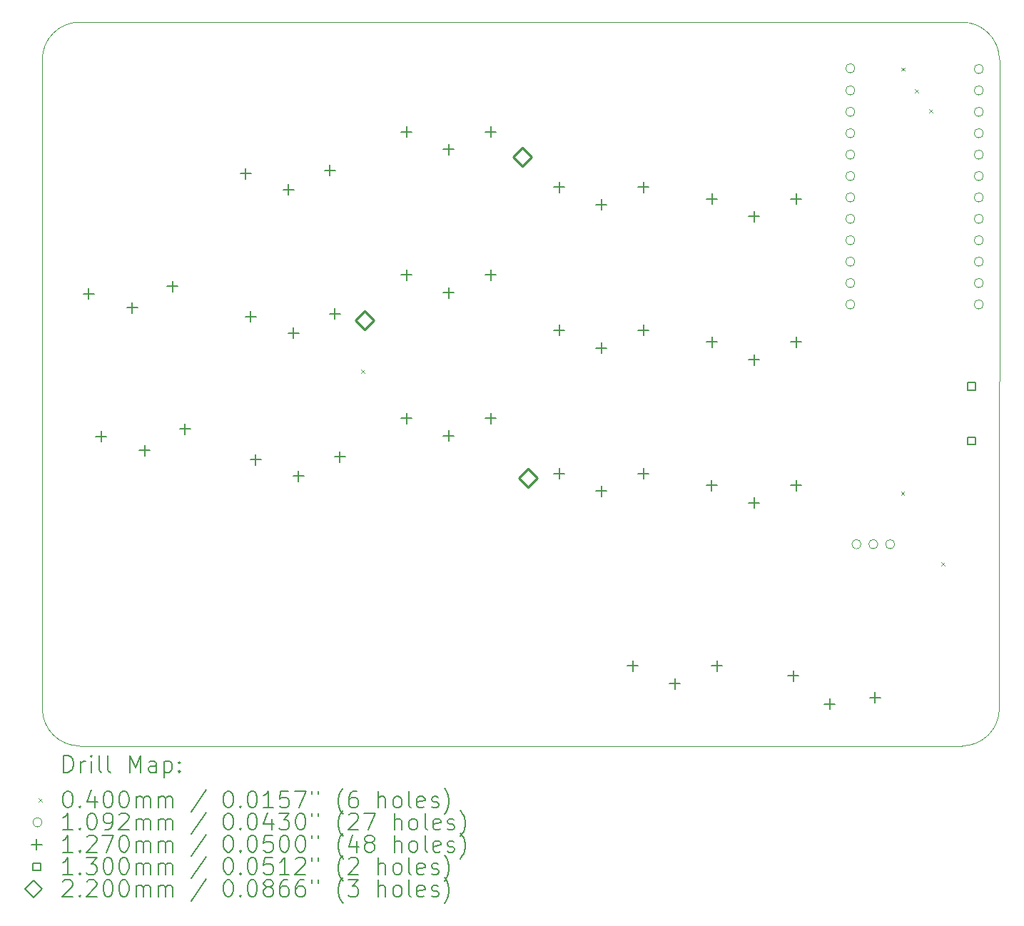
<source format=gbr>
%FSLAX45Y45*%
G04 Gerber Fmt 4.5, Leading zero omitted, Abs format (unit mm)*
G04 Created by KiCad (PCBNEW (6.0.4)) date 2022-06-21 15:17:07*
%MOMM*%
%LPD*%
G01*
G04 APERTURE LIST*
%TA.AperFunction,Profile*%
%ADD10C,0.050000*%
%TD*%
%ADD11C,0.200000*%
%ADD12C,0.040000*%
%ADD13C,0.109220*%
%ADD14C,0.127000*%
%ADD15C,0.130000*%
%ADD16C,0.220000*%
G04 APERTURE END LIST*
D10*
X16182990Y4098911D02*
X16183350Y11799746D01*
X5271986Y12244533D02*
G75*
G03*
X4827486Y11800032I0J-444500D01*
G01*
X4827486Y11800032D02*
X4827850Y4098746D01*
X15738850Y12244246D02*
X5271986Y12244532D01*
X5272350Y3654246D02*
X15738490Y3654411D01*
X15738490Y3654420D02*
G75*
G03*
X16182990Y4098911I10J444490D01*
G01*
X16183346Y11799746D02*
G75*
G03*
X15738850Y12244246I-444496J4D01*
G01*
X4827846Y4098746D02*
G75*
G03*
X5272350Y3654246I444504J4D01*
G01*
D11*
D12*
X8612131Y8122600D02*
X8652131Y8082600D01*
X8652131Y8122600D02*
X8612131Y8082600D01*
X15016800Y6674800D02*
X15056800Y6634800D01*
X15056800Y6674800D02*
X15016800Y6634800D01*
X15020181Y11706478D02*
X15060181Y11666478D01*
X15060181Y11706478D02*
X15020181Y11666478D01*
X15181900Y11450000D02*
X15221900Y11410000D01*
X15221900Y11450000D02*
X15181900Y11410000D01*
X15349116Y11210816D02*
X15389116Y11170816D01*
X15389116Y11210816D02*
X15349116Y11170816D01*
X15496511Y5836600D02*
X15536511Y5796600D01*
X15536511Y5836600D02*
X15496511Y5796600D01*
D13*
X14469110Y11696700D02*
G75*
G03*
X14469110Y11696700I-54610J0D01*
G01*
X14469110Y11434325D02*
G75*
G03*
X14469110Y11434325I-54610J0D01*
G01*
X14469110Y11180325D02*
G75*
G03*
X14469110Y11180325I-54610J0D01*
G01*
X14469110Y10926325D02*
G75*
G03*
X14469110Y10926325I-54610J0D01*
G01*
X14469110Y10672325D02*
G75*
G03*
X14469110Y10672325I-54610J0D01*
G01*
X14469110Y10418325D02*
G75*
G03*
X14469110Y10418325I-54610J0D01*
G01*
X14469110Y10164325D02*
G75*
G03*
X14469110Y10164325I-54610J0D01*
G01*
X14469110Y9910325D02*
G75*
G03*
X14469110Y9910325I-54610J0D01*
G01*
X14469110Y9656325D02*
G75*
G03*
X14469110Y9656325I-54610J0D01*
G01*
X14469110Y9402325D02*
G75*
G03*
X14469110Y9402325I-54610J0D01*
G01*
X14469110Y9148325D02*
G75*
G03*
X14469110Y9148325I-54610J0D01*
G01*
X14469110Y8894325D02*
G75*
G03*
X14469110Y8894325I-54610J0D01*
G01*
X14541796Y6048738D02*
G75*
G03*
X14541796Y6048738I-54610J0D01*
G01*
X14741796Y6048738D02*
G75*
G03*
X14741796Y6048738I-54610J0D01*
G01*
X14941796Y6048738D02*
G75*
G03*
X14941796Y6048738I-54610J0D01*
G01*
X15993110Y11688325D02*
G75*
G03*
X15993110Y11688325I-54610J0D01*
G01*
X15993110Y11434325D02*
G75*
G03*
X15993110Y11434325I-54610J0D01*
G01*
X15993110Y11180325D02*
G75*
G03*
X15993110Y11180325I-54610J0D01*
G01*
X15993110Y10926325D02*
G75*
G03*
X15993110Y10926325I-54610J0D01*
G01*
X15993110Y10672325D02*
G75*
G03*
X15993110Y10672325I-54610J0D01*
G01*
X15993110Y10418325D02*
G75*
G03*
X15993110Y10418325I-54610J0D01*
G01*
X15993110Y10164325D02*
G75*
G03*
X15993110Y10164325I-54610J0D01*
G01*
X15993110Y9910325D02*
G75*
G03*
X15993110Y9910325I-54610J0D01*
G01*
X15993110Y9656325D02*
G75*
G03*
X15993110Y9656325I-54610J0D01*
G01*
X15993110Y9402325D02*
G75*
G03*
X15993110Y9402325I-54610J0D01*
G01*
X15993110Y9148325D02*
G75*
G03*
X15993110Y9148325I-54610J0D01*
G01*
X15993110Y8894325D02*
G75*
G03*
X15993110Y8894325I-54610J0D01*
G01*
D14*
X5377015Y9085704D02*
X5377015Y8958704D01*
X5313515Y9022204D02*
X5440515Y9022204D01*
X5525180Y7392172D02*
X5525180Y7265172D01*
X5461680Y7328672D02*
X5588680Y7328672D01*
X5893415Y8920081D02*
X5893415Y8793081D01*
X5829915Y8856581D02*
X5956915Y8856581D01*
X6041580Y7226549D02*
X6041580Y7099549D01*
X5978080Y7163049D02*
X6105080Y7163049D01*
X6373210Y9172859D02*
X6373210Y9045859D01*
X6309710Y9109359D02*
X6436710Y9109359D01*
X6521374Y7479328D02*
X6521374Y7352328D01*
X6457874Y7415828D02*
X6584874Y7415828D01*
X7240559Y10512126D02*
X7240559Y10385126D01*
X7177059Y10448626D02*
X7304059Y10448626D01*
X7299888Y8813162D02*
X7299888Y8686162D01*
X7236388Y8749662D02*
X7363388Y8749662D01*
X7359217Y7114198D02*
X7359217Y6987198D01*
X7295717Y7050698D02*
X7422717Y7050698D01*
X7747583Y10319704D02*
X7747583Y10192704D01*
X7684083Y10256204D02*
X7811083Y10256204D01*
X7806912Y8620740D02*
X7806912Y8493740D01*
X7743412Y8557240D02*
X7870412Y8557240D01*
X7866242Y6921775D02*
X7866242Y6794775D01*
X7802742Y6858275D02*
X7929742Y6858275D01*
X8239950Y10547026D02*
X8239950Y10420026D01*
X8176450Y10483526D02*
X8303450Y10483526D01*
X8299279Y8848062D02*
X8299279Y8721062D01*
X8235779Y8784562D02*
X8362779Y8784562D01*
X8358608Y7149097D02*
X8358608Y7022097D01*
X8295108Y7085597D02*
X8422108Y7085597D01*
X9149582Y9308199D02*
X9149582Y9181199D01*
X9086082Y9244699D02*
X9213082Y9244699D01*
X9149582Y7608199D02*
X9149582Y7481199D01*
X9086082Y7544699D02*
X9213082Y7544699D01*
X9149582Y11008199D02*
X9149582Y10881199D01*
X9086082Y10944699D02*
X9213082Y10944699D01*
X9649582Y9098199D02*
X9649582Y8971199D01*
X9586082Y9034699D02*
X9713082Y9034699D01*
X9649582Y7398199D02*
X9649582Y7271199D01*
X9586082Y7334699D02*
X9713082Y7334699D01*
X9649582Y10798199D02*
X9649582Y10671199D01*
X9586082Y10734699D02*
X9713082Y10734699D01*
X10149582Y9308199D02*
X10149582Y9181199D01*
X10086082Y9244699D02*
X10213082Y9244699D01*
X10149582Y7608199D02*
X10149582Y7481199D01*
X10086082Y7544699D02*
X10213082Y7544699D01*
X10149582Y11008199D02*
X10149582Y10881199D01*
X10086082Y10944699D02*
X10213082Y10944699D01*
X10961109Y10352102D02*
X10961109Y10225102D01*
X10897609Y10288602D02*
X11024609Y10288602D01*
X10961109Y8652102D02*
X10961109Y8525102D01*
X10897609Y8588602D02*
X11024609Y8588602D01*
X10961109Y6952102D02*
X10961109Y6825102D01*
X10897609Y6888602D02*
X11024609Y6888602D01*
X11461109Y10142102D02*
X11461109Y10015102D01*
X11397609Y10078602D02*
X11524609Y10078602D01*
X11461109Y8442102D02*
X11461109Y8315102D01*
X11397609Y8378602D02*
X11524609Y8378602D01*
X11461109Y6742102D02*
X11461109Y6615102D01*
X11397609Y6678602D02*
X11524609Y6678602D01*
X11832017Y4668955D02*
X11832017Y4541955D01*
X11768517Y4605455D02*
X11895517Y4605455D01*
X11961109Y10352102D02*
X11961109Y10225102D01*
X11897609Y10288602D02*
X12024609Y10288602D01*
X11961109Y8652102D02*
X11961109Y8525102D01*
X11897609Y8588602D02*
X12024609Y8588602D01*
X11961109Y6952102D02*
X11961109Y6825102D01*
X11897609Y6888602D02*
X12024609Y6888602D01*
X12332017Y4458955D02*
X12332017Y4331955D01*
X12268517Y4395455D02*
X12395517Y4395455D01*
X12770897Y6812768D02*
X12770897Y6685768D01*
X12707397Y6749268D02*
X12834397Y6749268D01*
X12771828Y10211385D02*
X12771828Y10084385D01*
X12708328Y10147885D02*
X12835328Y10147885D01*
X12771828Y8511385D02*
X12771828Y8384385D01*
X12708328Y8447885D02*
X12835328Y8447885D01*
X12832017Y4668955D02*
X12832017Y4541955D01*
X12768517Y4605455D02*
X12895517Y4605455D01*
X13270897Y6602768D02*
X13270897Y6475768D01*
X13207397Y6539268D02*
X13334397Y6539268D01*
X13271828Y10001385D02*
X13271828Y9874385D01*
X13208328Y9937885D02*
X13335328Y9937885D01*
X13271828Y8301385D02*
X13271828Y8174385D01*
X13208328Y8237885D02*
X13335328Y8237885D01*
X13740033Y4549413D02*
X13740033Y4422413D01*
X13676533Y4485913D02*
X13803533Y4485913D01*
X13770897Y6812768D02*
X13770897Y6685768D01*
X13707397Y6749268D02*
X13834397Y6749268D01*
X13771828Y10211385D02*
X13771828Y10084385D01*
X13708328Y10147885D02*
X13835328Y10147885D01*
X13771828Y8511385D02*
X13771828Y8384385D01*
X13708328Y8447885D02*
X13835328Y8447885D01*
X14168644Y4217159D02*
X14168644Y4090159D01*
X14105144Y4153659D02*
X14232144Y4153659D01*
X14705958Y4290594D02*
X14705958Y4163594D01*
X14642458Y4227094D02*
X14769458Y4227094D01*
D15*
X15895562Y7878838D02*
X15895562Y7970762D01*
X15803638Y7970762D01*
X15803638Y7878838D01*
X15895562Y7878838D01*
X15895562Y7228838D02*
X15895562Y7320762D01*
X15803638Y7320762D01*
X15803638Y7228838D01*
X15895562Y7228838D01*
D16*
X8653843Y8594063D02*
X8763843Y8704063D01*
X8653843Y8814063D01*
X8543843Y8704063D01*
X8653843Y8594063D01*
X10525306Y10532020D02*
X10635306Y10642020D01*
X10525306Y10752020D01*
X10415306Y10642020D01*
X10525306Y10532020D01*
X10591800Y6722600D02*
X10701800Y6832600D01*
X10591800Y6942600D01*
X10481800Y6832600D01*
X10591800Y6722600D01*
D11*
X5082605Y3341270D02*
X5082605Y3541270D01*
X5130224Y3541270D01*
X5158796Y3531746D01*
X5177843Y3512698D01*
X5187367Y3493651D01*
X5196891Y3455555D01*
X5196891Y3426984D01*
X5187367Y3388889D01*
X5177843Y3369841D01*
X5158796Y3350794D01*
X5130224Y3341270D01*
X5082605Y3341270D01*
X5282605Y3341270D02*
X5282605Y3474603D01*
X5282605Y3436508D02*
X5292129Y3455555D01*
X5301653Y3465079D01*
X5320700Y3474603D01*
X5339748Y3474603D01*
X5406415Y3341270D02*
X5406415Y3474603D01*
X5406415Y3541270D02*
X5396891Y3531746D01*
X5406415Y3522222D01*
X5415939Y3531746D01*
X5406415Y3541270D01*
X5406415Y3522222D01*
X5530224Y3341270D02*
X5511177Y3350794D01*
X5501653Y3369841D01*
X5501653Y3541270D01*
X5634986Y3341270D02*
X5615938Y3350794D01*
X5606415Y3369841D01*
X5606415Y3541270D01*
X5863558Y3341270D02*
X5863558Y3541270D01*
X5930224Y3398413D01*
X5996891Y3541270D01*
X5996891Y3341270D01*
X6177843Y3341270D02*
X6177843Y3446032D01*
X6168319Y3465079D01*
X6149272Y3474603D01*
X6111177Y3474603D01*
X6092129Y3465079D01*
X6177843Y3350794D02*
X6158796Y3341270D01*
X6111177Y3341270D01*
X6092129Y3350794D01*
X6082605Y3369841D01*
X6082605Y3388889D01*
X6092129Y3407936D01*
X6111177Y3417460D01*
X6158796Y3417460D01*
X6177843Y3426984D01*
X6273081Y3474603D02*
X6273081Y3274603D01*
X6273081Y3465079D02*
X6292129Y3474603D01*
X6330224Y3474603D01*
X6349272Y3465079D01*
X6358796Y3455555D01*
X6368319Y3436508D01*
X6368319Y3379365D01*
X6358796Y3360317D01*
X6349272Y3350794D01*
X6330224Y3341270D01*
X6292129Y3341270D01*
X6273081Y3350794D01*
X6454034Y3360317D02*
X6463558Y3350794D01*
X6454034Y3341270D01*
X6444510Y3350794D01*
X6454034Y3360317D01*
X6454034Y3341270D01*
X6454034Y3465079D02*
X6463558Y3455555D01*
X6454034Y3446032D01*
X6444510Y3455555D01*
X6454034Y3465079D01*
X6454034Y3446032D01*
D12*
X4784986Y3031746D02*
X4824986Y2991746D01*
X4824986Y3031746D02*
X4784986Y2991746D01*
D11*
X5120700Y3121270D02*
X5139748Y3121270D01*
X5158796Y3111746D01*
X5168320Y3102222D01*
X5177843Y3083174D01*
X5187367Y3045079D01*
X5187367Y2997460D01*
X5177843Y2959365D01*
X5168320Y2940317D01*
X5158796Y2930794D01*
X5139748Y2921270D01*
X5120700Y2921270D01*
X5101653Y2930794D01*
X5092129Y2940317D01*
X5082605Y2959365D01*
X5073081Y2997460D01*
X5073081Y3045079D01*
X5082605Y3083174D01*
X5092129Y3102222D01*
X5101653Y3111746D01*
X5120700Y3121270D01*
X5273081Y2940317D02*
X5282605Y2930794D01*
X5273081Y2921270D01*
X5263558Y2930794D01*
X5273081Y2940317D01*
X5273081Y2921270D01*
X5454034Y3054603D02*
X5454034Y2921270D01*
X5406415Y3130794D02*
X5358796Y2987936D01*
X5482605Y2987936D01*
X5596891Y3121270D02*
X5615938Y3121270D01*
X5634986Y3111746D01*
X5644510Y3102222D01*
X5654034Y3083174D01*
X5663558Y3045079D01*
X5663558Y2997460D01*
X5654034Y2959365D01*
X5644510Y2940317D01*
X5634986Y2930794D01*
X5615938Y2921270D01*
X5596891Y2921270D01*
X5577843Y2930794D01*
X5568320Y2940317D01*
X5558796Y2959365D01*
X5549272Y2997460D01*
X5549272Y3045079D01*
X5558796Y3083174D01*
X5568320Y3102222D01*
X5577843Y3111746D01*
X5596891Y3121270D01*
X5787367Y3121270D02*
X5806415Y3121270D01*
X5825462Y3111746D01*
X5834986Y3102222D01*
X5844510Y3083174D01*
X5854034Y3045079D01*
X5854034Y2997460D01*
X5844510Y2959365D01*
X5834986Y2940317D01*
X5825462Y2930794D01*
X5806415Y2921270D01*
X5787367Y2921270D01*
X5768319Y2930794D01*
X5758796Y2940317D01*
X5749272Y2959365D01*
X5739748Y2997460D01*
X5739748Y3045079D01*
X5749272Y3083174D01*
X5758796Y3102222D01*
X5768319Y3111746D01*
X5787367Y3121270D01*
X5939748Y2921270D02*
X5939748Y3054603D01*
X5939748Y3035555D02*
X5949272Y3045079D01*
X5968319Y3054603D01*
X5996891Y3054603D01*
X6015938Y3045079D01*
X6025462Y3026032D01*
X6025462Y2921270D01*
X6025462Y3026032D02*
X6034986Y3045079D01*
X6054034Y3054603D01*
X6082605Y3054603D01*
X6101653Y3045079D01*
X6111177Y3026032D01*
X6111177Y2921270D01*
X6206415Y2921270D02*
X6206415Y3054603D01*
X6206415Y3035555D02*
X6215938Y3045079D01*
X6234986Y3054603D01*
X6263558Y3054603D01*
X6282605Y3045079D01*
X6292129Y3026032D01*
X6292129Y2921270D01*
X6292129Y3026032D02*
X6301653Y3045079D01*
X6320700Y3054603D01*
X6349272Y3054603D01*
X6368319Y3045079D01*
X6377843Y3026032D01*
X6377843Y2921270D01*
X6768319Y3130794D02*
X6596891Y2873651D01*
X7025462Y3121270D02*
X7044510Y3121270D01*
X7063558Y3111746D01*
X7073081Y3102222D01*
X7082605Y3083174D01*
X7092129Y3045079D01*
X7092129Y2997460D01*
X7082605Y2959365D01*
X7073081Y2940317D01*
X7063558Y2930794D01*
X7044510Y2921270D01*
X7025462Y2921270D01*
X7006415Y2930794D01*
X6996891Y2940317D01*
X6987367Y2959365D01*
X6977843Y2997460D01*
X6977843Y3045079D01*
X6987367Y3083174D01*
X6996891Y3102222D01*
X7006415Y3111746D01*
X7025462Y3121270D01*
X7177843Y2940317D02*
X7187367Y2930794D01*
X7177843Y2921270D01*
X7168319Y2930794D01*
X7177843Y2940317D01*
X7177843Y2921270D01*
X7311177Y3121270D02*
X7330224Y3121270D01*
X7349272Y3111746D01*
X7358796Y3102222D01*
X7368319Y3083174D01*
X7377843Y3045079D01*
X7377843Y2997460D01*
X7368319Y2959365D01*
X7358796Y2940317D01*
X7349272Y2930794D01*
X7330224Y2921270D01*
X7311177Y2921270D01*
X7292129Y2930794D01*
X7282605Y2940317D01*
X7273081Y2959365D01*
X7263558Y2997460D01*
X7263558Y3045079D01*
X7273081Y3083174D01*
X7282605Y3102222D01*
X7292129Y3111746D01*
X7311177Y3121270D01*
X7568319Y2921270D02*
X7454034Y2921270D01*
X7511177Y2921270D02*
X7511177Y3121270D01*
X7492129Y3092698D01*
X7473081Y3073651D01*
X7454034Y3064127D01*
X7749272Y3121270D02*
X7654034Y3121270D01*
X7644510Y3026032D01*
X7654034Y3035555D01*
X7673081Y3045079D01*
X7720700Y3045079D01*
X7739748Y3035555D01*
X7749272Y3026032D01*
X7758796Y3006984D01*
X7758796Y2959365D01*
X7749272Y2940317D01*
X7739748Y2930794D01*
X7720700Y2921270D01*
X7673081Y2921270D01*
X7654034Y2930794D01*
X7644510Y2940317D01*
X7825462Y3121270D02*
X7958796Y3121270D01*
X7873081Y2921270D01*
X8025462Y3121270D02*
X8025462Y3083174D01*
X8101653Y3121270D02*
X8101653Y3083174D01*
X8396891Y2845079D02*
X8387367Y2854603D01*
X8368319Y2883174D01*
X8358796Y2902222D01*
X8349272Y2930794D01*
X8339748Y2978413D01*
X8339748Y3016508D01*
X8349272Y3064127D01*
X8358796Y3092698D01*
X8368319Y3111746D01*
X8387367Y3140317D01*
X8396891Y3149841D01*
X8558796Y3121270D02*
X8520700Y3121270D01*
X8501653Y3111746D01*
X8492129Y3102222D01*
X8473081Y3073651D01*
X8463558Y3035555D01*
X8463558Y2959365D01*
X8473081Y2940317D01*
X8482605Y2930794D01*
X8501653Y2921270D01*
X8539748Y2921270D01*
X8558796Y2930794D01*
X8568320Y2940317D01*
X8577843Y2959365D01*
X8577843Y3006984D01*
X8568320Y3026032D01*
X8558796Y3035555D01*
X8539748Y3045079D01*
X8501653Y3045079D01*
X8482605Y3035555D01*
X8473081Y3026032D01*
X8463558Y3006984D01*
X8815939Y2921270D02*
X8815939Y3121270D01*
X8901653Y2921270D02*
X8901653Y3026032D01*
X8892129Y3045079D01*
X8873081Y3054603D01*
X8844510Y3054603D01*
X8825462Y3045079D01*
X8815939Y3035555D01*
X9025462Y2921270D02*
X9006415Y2930794D01*
X8996891Y2940317D01*
X8987367Y2959365D01*
X8987367Y3016508D01*
X8996891Y3035555D01*
X9006415Y3045079D01*
X9025462Y3054603D01*
X9054034Y3054603D01*
X9073081Y3045079D01*
X9082605Y3035555D01*
X9092129Y3016508D01*
X9092129Y2959365D01*
X9082605Y2940317D01*
X9073081Y2930794D01*
X9054034Y2921270D01*
X9025462Y2921270D01*
X9206415Y2921270D02*
X9187367Y2930794D01*
X9177843Y2949841D01*
X9177843Y3121270D01*
X9358796Y2930794D02*
X9339748Y2921270D01*
X9301653Y2921270D01*
X9282605Y2930794D01*
X9273081Y2949841D01*
X9273081Y3026032D01*
X9282605Y3045079D01*
X9301653Y3054603D01*
X9339748Y3054603D01*
X9358796Y3045079D01*
X9368320Y3026032D01*
X9368320Y3006984D01*
X9273081Y2987936D01*
X9444510Y2930794D02*
X9463558Y2921270D01*
X9501653Y2921270D01*
X9520700Y2930794D01*
X9530224Y2949841D01*
X9530224Y2959365D01*
X9520700Y2978413D01*
X9501653Y2987936D01*
X9473081Y2987936D01*
X9454034Y2997460D01*
X9444510Y3016508D01*
X9444510Y3026032D01*
X9454034Y3045079D01*
X9473081Y3054603D01*
X9501653Y3054603D01*
X9520700Y3045079D01*
X9596891Y2845079D02*
X9606415Y2854603D01*
X9625462Y2883174D01*
X9634986Y2902222D01*
X9644510Y2930794D01*
X9654034Y2978413D01*
X9654034Y3016508D01*
X9644510Y3064127D01*
X9634986Y3092698D01*
X9625462Y3111746D01*
X9606415Y3140317D01*
X9596891Y3149841D01*
D13*
X4824986Y2747746D02*
G75*
G03*
X4824986Y2747746I-54610J0D01*
G01*
D11*
X5187367Y2657270D02*
X5073081Y2657270D01*
X5130224Y2657270D02*
X5130224Y2857270D01*
X5111177Y2828698D01*
X5092129Y2809651D01*
X5073081Y2800127D01*
X5273081Y2676317D02*
X5282605Y2666794D01*
X5273081Y2657270D01*
X5263558Y2666794D01*
X5273081Y2676317D01*
X5273081Y2657270D01*
X5406415Y2857270D02*
X5425462Y2857270D01*
X5444510Y2847746D01*
X5454034Y2838222D01*
X5463558Y2819174D01*
X5473081Y2781079D01*
X5473081Y2733460D01*
X5463558Y2695365D01*
X5454034Y2676317D01*
X5444510Y2666794D01*
X5425462Y2657270D01*
X5406415Y2657270D01*
X5387367Y2666794D01*
X5377843Y2676317D01*
X5368320Y2695365D01*
X5358796Y2733460D01*
X5358796Y2781079D01*
X5368320Y2819174D01*
X5377843Y2838222D01*
X5387367Y2847746D01*
X5406415Y2857270D01*
X5568320Y2657270D02*
X5606415Y2657270D01*
X5625462Y2666794D01*
X5634986Y2676317D01*
X5654034Y2704889D01*
X5663558Y2742984D01*
X5663558Y2819174D01*
X5654034Y2838222D01*
X5644510Y2847746D01*
X5625462Y2857270D01*
X5587367Y2857270D01*
X5568320Y2847746D01*
X5558796Y2838222D01*
X5549272Y2819174D01*
X5549272Y2771556D01*
X5558796Y2752508D01*
X5568320Y2742984D01*
X5587367Y2733460D01*
X5625462Y2733460D01*
X5644510Y2742984D01*
X5654034Y2752508D01*
X5663558Y2771556D01*
X5739748Y2838222D02*
X5749272Y2847746D01*
X5768319Y2857270D01*
X5815938Y2857270D01*
X5834986Y2847746D01*
X5844510Y2838222D01*
X5854034Y2819174D01*
X5854034Y2800127D01*
X5844510Y2771556D01*
X5730224Y2657270D01*
X5854034Y2657270D01*
X5939748Y2657270D02*
X5939748Y2790603D01*
X5939748Y2771556D02*
X5949272Y2781079D01*
X5968319Y2790603D01*
X5996891Y2790603D01*
X6015938Y2781079D01*
X6025462Y2762032D01*
X6025462Y2657270D01*
X6025462Y2762032D02*
X6034986Y2781079D01*
X6054034Y2790603D01*
X6082605Y2790603D01*
X6101653Y2781079D01*
X6111177Y2762032D01*
X6111177Y2657270D01*
X6206415Y2657270D02*
X6206415Y2790603D01*
X6206415Y2771556D02*
X6215938Y2781079D01*
X6234986Y2790603D01*
X6263558Y2790603D01*
X6282605Y2781079D01*
X6292129Y2762032D01*
X6292129Y2657270D01*
X6292129Y2762032D02*
X6301653Y2781079D01*
X6320700Y2790603D01*
X6349272Y2790603D01*
X6368319Y2781079D01*
X6377843Y2762032D01*
X6377843Y2657270D01*
X6768319Y2866794D02*
X6596891Y2609651D01*
X7025462Y2857270D02*
X7044510Y2857270D01*
X7063558Y2847746D01*
X7073081Y2838222D01*
X7082605Y2819174D01*
X7092129Y2781079D01*
X7092129Y2733460D01*
X7082605Y2695365D01*
X7073081Y2676317D01*
X7063558Y2666794D01*
X7044510Y2657270D01*
X7025462Y2657270D01*
X7006415Y2666794D01*
X6996891Y2676317D01*
X6987367Y2695365D01*
X6977843Y2733460D01*
X6977843Y2781079D01*
X6987367Y2819174D01*
X6996891Y2838222D01*
X7006415Y2847746D01*
X7025462Y2857270D01*
X7177843Y2676317D02*
X7187367Y2666794D01*
X7177843Y2657270D01*
X7168319Y2666794D01*
X7177843Y2676317D01*
X7177843Y2657270D01*
X7311177Y2857270D02*
X7330224Y2857270D01*
X7349272Y2847746D01*
X7358796Y2838222D01*
X7368319Y2819174D01*
X7377843Y2781079D01*
X7377843Y2733460D01*
X7368319Y2695365D01*
X7358796Y2676317D01*
X7349272Y2666794D01*
X7330224Y2657270D01*
X7311177Y2657270D01*
X7292129Y2666794D01*
X7282605Y2676317D01*
X7273081Y2695365D01*
X7263558Y2733460D01*
X7263558Y2781079D01*
X7273081Y2819174D01*
X7282605Y2838222D01*
X7292129Y2847746D01*
X7311177Y2857270D01*
X7549272Y2790603D02*
X7549272Y2657270D01*
X7501653Y2866794D02*
X7454034Y2723936D01*
X7577843Y2723936D01*
X7634986Y2857270D02*
X7758796Y2857270D01*
X7692129Y2781079D01*
X7720700Y2781079D01*
X7739748Y2771556D01*
X7749272Y2762032D01*
X7758796Y2742984D01*
X7758796Y2695365D01*
X7749272Y2676317D01*
X7739748Y2666794D01*
X7720700Y2657270D01*
X7663558Y2657270D01*
X7644510Y2666794D01*
X7634986Y2676317D01*
X7882605Y2857270D02*
X7901653Y2857270D01*
X7920700Y2847746D01*
X7930224Y2838222D01*
X7939748Y2819174D01*
X7949272Y2781079D01*
X7949272Y2733460D01*
X7939748Y2695365D01*
X7930224Y2676317D01*
X7920700Y2666794D01*
X7901653Y2657270D01*
X7882605Y2657270D01*
X7863558Y2666794D01*
X7854034Y2676317D01*
X7844510Y2695365D01*
X7834986Y2733460D01*
X7834986Y2781079D01*
X7844510Y2819174D01*
X7854034Y2838222D01*
X7863558Y2847746D01*
X7882605Y2857270D01*
X8025462Y2857270D02*
X8025462Y2819174D01*
X8101653Y2857270D02*
X8101653Y2819174D01*
X8396891Y2581079D02*
X8387367Y2590603D01*
X8368319Y2619175D01*
X8358796Y2638222D01*
X8349272Y2666794D01*
X8339748Y2714413D01*
X8339748Y2752508D01*
X8349272Y2800127D01*
X8358796Y2828698D01*
X8368319Y2847746D01*
X8387367Y2876317D01*
X8396891Y2885841D01*
X8463558Y2838222D02*
X8473081Y2847746D01*
X8492129Y2857270D01*
X8539748Y2857270D01*
X8558796Y2847746D01*
X8568320Y2838222D01*
X8577843Y2819174D01*
X8577843Y2800127D01*
X8568320Y2771556D01*
X8454034Y2657270D01*
X8577843Y2657270D01*
X8644510Y2857270D02*
X8777843Y2857270D01*
X8692129Y2657270D01*
X9006415Y2657270D02*
X9006415Y2857270D01*
X9092129Y2657270D02*
X9092129Y2762032D01*
X9082605Y2781079D01*
X9063558Y2790603D01*
X9034986Y2790603D01*
X9015939Y2781079D01*
X9006415Y2771556D01*
X9215939Y2657270D02*
X9196891Y2666794D01*
X9187367Y2676317D01*
X9177843Y2695365D01*
X9177843Y2752508D01*
X9187367Y2771556D01*
X9196891Y2781079D01*
X9215939Y2790603D01*
X9244510Y2790603D01*
X9263558Y2781079D01*
X9273081Y2771556D01*
X9282605Y2752508D01*
X9282605Y2695365D01*
X9273081Y2676317D01*
X9263558Y2666794D01*
X9244510Y2657270D01*
X9215939Y2657270D01*
X9396891Y2657270D02*
X9377843Y2666794D01*
X9368320Y2685841D01*
X9368320Y2857270D01*
X9549272Y2666794D02*
X9530224Y2657270D01*
X9492129Y2657270D01*
X9473081Y2666794D01*
X9463558Y2685841D01*
X9463558Y2762032D01*
X9473081Y2781079D01*
X9492129Y2790603D01*
X9530224Y2790603D01*
X9549272Y2781079D01*
X9558796Y2762032D01*
X9558796Y2742984D01*
X9463558Y2723936D01*
X9634986Y2666794D02*
X9654034Y2657270D01*
X9692129Y2657270D01*
X9711177Y2666794D01*
X9720700Y2685841D01*
X9720700Y2695365D01*
X9711177Y2714413D01*
X9692129Y2723936D01*
X9663558Y2723936D01*
X9644510Y2733460D01*
X9634986Y2752508D01*
X9634986Y2762032D01*
X9644510Y2781079D01*
X9663558Y2790603D01*
X9692129Y2790603D01*
X9711177Y2781079D01*
X9787367Y2581079D02*
X9796891Y2590603D01*
X9815939Y2619175D01*
X9825462Y2638222D01*
X9834986Y2666794D01*
X9844510Y2714413D01*
X9844510Y2752508D01*
X9834986Y2800127D01*
X9825462Y2828698D01*
X9815939Y2847746D01*
X9796891Y2876317D01*
X9787367Y2885841D01*
D14*
X4761486Y2547246D02*
X4761486Y2420246D01*
X4697986Y2483746D02*
X4824986Y2483746D01*
D11*
X5187367Y2393270D02*
X5073081Y2393270D01*
X5130224Y2393270D02*
X5130224Y2593270D01*
X5111177Y2564698D01*
X5092129Y2545651D01*
X5073081Y2536127D01*
X5273081Y2412317D02*
X5282605Y2402794D01*
X5273081Y2393270D01*
X5263558Y2402794D01*
X5273081Y2412317D01*
X5273081Y2393270D01*
X5358796Y2574222D02*
X5368320Y2583746D01*
X5387367Y2593270D01*
X5434986Y2593270D01*
X5454034Y2583746D01*
X5463558Y2574222D01*
X5473081Y2555175D01*
X5473081Y2536127D01*
X5463558Y2507556D01*
X5349272Y2393270D01*
X5473081Y2393270D01*
X5539748Y2593270D02*
X5673081Y2593270D01*
X5587367Y2393270D01*
X5787367Y2593270D02*
X5806415Y2593270D01*
X5825462Y2583746D01*
X5834986Y2574222D01*
X5844510Y2555175D01*
X5854034Y2517079D01*
X5854034Y2469460D01*
X5844510Y2431365D01*
X5834986Y2412317D01*
X5825462Y2402794D01*
X5806415Y2393270D01*
X5787367Y2393270D01*
X5768319Y2402794D01*
X5758796Y2412317D01*
X5749272Y2431365D01*
X5739748Y2469460D01*
X5739748Y2517079D01*
X5749272Y2555175D01*
X5758796Y2574222D01*
X5768319Y2583746D01*
X5787367Y2593270D01*
X5939748Y2393270D02*
X5939748Y2526603D01*
X5939748Y2507556D02*
X5949272Y2517079D01*
X5968319Y2526603D01*
X5996891Y2526603D01*
X6015938Y2517079D01*
X6025462Y2498032D01*
X6025462Y2393270D01*
X6025462Y2498032D02*
X6034986Y2517079D01*
X6054034Y2526603D01*
X6082605Y2526603D01*
X6101653Y2517079D01*
X6111177Y2498032D01*
X6111177Y2393270D01*
X6206415Y2393270D02*
X6206415Y2526603D01*
X6206415Y2507556D02*
X6215938Y2517079D01*
X6234986Y2526603D01*
X6263558Y2526603D01*
X6282605Y2517079D01*
X6292129Y2498032D01*
X6292129Y2393270D01*
X6292129Y2498032D02*
X6301653Y2517079D01*
X6320700Y2526603D01*
X6349272Y2526603D01*
X6368319Y2517079D01*
X6377843Y2498032D01*
X6377843Y2393270D01*
X6768319Y2602794D02*
X6596891Y2345651D01*
X7025462Y2593270D02*
X7044510Y2593270D01*
X7063558Y2583746D01*
X7073081Y2574222D01*
X7082605Y2555175D01*
X7092129Y2517079D01*
X7092129Y2469460D01*
X7082605Y2431365D01*
X7073081Y2412317D01*
X7063558Y2402794D01*
X7044510Y2393270D01*
X7025462Y2393270D01*
X7006415Y2402794D01*
X6996891Y2412317D01*
X6987367Y2431365D01*
X6977843Y2469460D01*
X6977843Y2517079D01*
X6987367Y2555175D01*
X6996891Y2574222D01*
X7006415Y2583746D01*
X7025462Y2593270D01*
X7177843Y2412317D02*
X7187367Y2402794D01*
X7177843Y2393270D01*
X7168319Y2402794D01*
X7177843Y2412317D01*
X7177843Y2393270D01*
X7311177Y2593270D02*
X7330224Y2593270D01*
X7349272Y2583746D01*
X7358796Y2574222D01*
X7368319Y2555175D01*
X7377843Y2517079D01*
X7377843Y2469460D01*
X7368319Y2431365D01*
X7358796Y2412317D01*
X7349272Y2402794D01*
X7330224Y2393270D01*
X7311177Y2393270D01*
X7292129Y2402794D01*
X7282605Y2412317D01*
X7273081Y2431365D01*
X7263558Y2469460D01*
X7263558Y2517079D01*
X7273081Y2555175D01*
X7282605Y2574222D01*
X7292129Y2583746D01*
X7311177Y2593270D01*
X7558796Y2593270D02*
X7463558Y2593270D01*
X7454034Y2498032D01*
X7463558Y2507556D01*
X7482605Y2517079D01*
X7530224Y2517079D01*
X7549272Y2507556D01*
X7558796Y2498032D01*
X7568319Y2478984D01*
X7568319Y2431365D01*
X7558796Y2412317D01*
X7549272Y2402794D01*
X7530224Y2393270D01*
X7482605Y2393270D01*
X7463558Y2402794D01*
X7454034Y2412317D01*
X7692129Y2593270D02*
X7711177Y2593270D01*
X7730224Y2583746D01*
X7739748Y2574222D01*
X7749272Y2555175D01*
X7758796Y2517079D01*
X7758796Y2469460D01*
X7749272Y2431365D01*
X7739748Y2412317D01*
X7730224Y2402794D01*
X7711177Y2393270D01*
X7692129Y2393270D01*
X7673081Y2402794D01*
X7663558Y2412317D01*
X7654034Y2431365D01*
X7644510Y2469460D01*
X7644510Y2517079D01*
X7654034Y2555175D01*
X7663558Y2574222D01*
X7673081Y2583746D01*
X7692129Y2593270D01*
X7882605Y2593270D02*
X7901653Y2593270D01*
X7920700Y2583746D01*
X7930224Y2574222D01*
X7939748Y2555175D01*
X7949272Y2517079D01*
X7949272Y2469460D01*
X7939748Y2431365D01*
X7930224Y2412317D01*
X7920700Y2402794D01*
X7901653Y2393270D01*
X7882605Y2393270D01*
X7863558Y2402794D01*
X7854034Y2412317D01*
X7844510Y2431365D01*
X7834986Y2469460D01*
X7834986Y2517079D01*
X7844510Y2555175D01*
X7854034Y2574222D01*
X7863558Y2583746D01*
X7882605Y2593270D01*
X8025462Y2593270D02*
X8025462Y2555175D01*
X8101653Y2593270D02*
X8101653Y2555175D01*
X8396891Y2317079D02*
X8387367Y2326603D01*
X8368319Y2355175D01*
X8358796Y2374222D01*
X8349272Y2402794D01*
X8339748Y2450413D01*
X8339748Y2488508D01*
X8349272Y2536127D01*
X8358796Y2564698D01*
X8368319Y2583746D01*
X8387367Y2612317D01*
X8396891Y2621841D01*
X8558796Y2526603D02*
X8558796Y2393270D01*
X8511177Y2602794D02*
X8463558Y2459936D01*
X8587367Y2459936D01*
X8692129Y2507556D02*
X8673081Y2517079D01*
X8663558Y2526603D01*
X8654034Y2545651D01*
X8654034Y2555175D01*
X8663558Y2574222D01*
X8673081Y2583746D01*
X8692129Y2593270D01*
X8730224Y2593270D01*
X8749272Y2583746D01*
X8758796Y2574222D01*
X8768320Y2555175D01*
X8768320Y2545651D01*
X8758796Y2526603D01*
X8749272Y2517079D01*
X8730224Y2507556D01*
X8692129Y2507556D01*
X8673081Y2498032D01*
X8663558Y2488508D01*
X8654034Y2469460D01*
X8654034Y2431365D01*
X8663558Y2412317D01*
X8673081Y2402794D01*
X8692129Y2393270D01*
X8730224Y2393270D01*
X8749272Y2402794D01*
X8758796Y2412317D01*
X8768320Y2431365D01*
X8768320Y2469460D01*
X8758796Y2488508D01*
X8749272Y2498032D01*
X8730224Y2507556D01*
X9006415Y2393270D02*
X9006415Y2593270D01*
X9092129Y2393270D02*
X9092129Y2498032D01*
X9082605Y2517079D01*
X9063558Y2526603D01*
X9034986Y2526603D01*
X9015939Y2517079D01*
X9006415Y2507556D01*
X9215939Y2393270D02*
X9196891Y2402794D01*
X9187367Y2412317D01*
X9177843Y2431365D01*
X9177843Y2488508D01*
X9187367Y2507556D01*
X9196891Y2517079D01*
X9215939Y2526603D01*
X9244510Y2526603D01*
X9263558Y2517079D01*
X9273081Y2507556D01*
X9282605Y2488508D01*
X9282605Y2431365D01*
X9273081Y2412317D01*
X9263558Y2402794D01*
X9244510Y2393270D01*
X9215939Y2393270D01*
X9396891Y2393270D02*
X9377843Y2402794D01*
X9368320Y2421841D01*
X9368320Y2593270D01*
X9549272Y2402794D02*
X9530224Y2393270D01*
X9492129Y2393270D01*
X9473081Y2402794D01*
X9463558Y2421841D01*
X9463558Y2498032D01*
X9473081Y2517079D01*
X9492129Y2526603D01*
X9530224Y2526603D01*
X9549272Y2517079D01*
X9558796Y2498032D01*
X9558796Y2478984D01*
X9463558Y2459936D01*
X9634986Y2402794D02*
X9654034Y2393270D01*
X9692129Y2393270D01*
X9711177Y2402794D01*
X9720700Y2421841D01*
X9720700Y2431365D01*
X9711177Y2450413D01*
X9692129Y2459936D01*
X9663558Y2459936D01*
X9644510Y2469460D01*
X9634986Y2488508D01*
X9634986Y2498032D01*
X9644510Y2517079D01*
X9663558Y2526603D01*
X9692129Y2526603D01*
X9711177Y2517079D01*
X9787367Y2317079D02*
X9796891Y2326603D01*
X9815939Y2355175D01*
X9825462Y2374222D01*
X9834986Y2402794D01*
X9844510Y2450413D01*
X9844510Y2488508D01*
X9834986Y2536127D01*
X9825462Y2564698D01*
X9815939Y2583746D01*
X9796891Y2612317D01*
X9787367Y2621841D01*
D15*
X4805949Y2173784D02*
X4805949Y2265708D01*
X4714024Y2265708D01*
X4714024Y2173784D01*
X4805949Y2173784D01*
D11*
X5187367Y2129270D02*
X5073081Y2129270D01*
X5130224Y2129270D02*
X5130224Y2329270D01*
X5111177Y2300698D01*
X5092129Y2281651D01*
X5073081Y2272127D01*
X5273081Y2148317D02*
X5282605Y2138794D01*
X5273081Y2129270D01*
X5263558Y2138794D01*
X5273081Y2148317D01*
X5273081Y2129270D01*
X5349272Y2329270D02*
X5473081Y2329270D01*
X5406415Y2253079D01*
X5434986Y2253079D01*
X5454034Y2243556D01*
X5463558Y2234032D01*
X5473081Y2214984D01*
X5473081Y2167365D01*
X5463558Y2148317D01*
X5454034Y2138794D01*
X5434986Y2129270D01*
X5377843Y2129270D01*
X5358796Y2138794D01*
X5349272Y2148317D01*
X5596891Y2329270D02*
X5615938Y2329270D01*
X5634986Y2319746D01*
X5644510Y2310222D01*
X5654034Y2291175D01*
X5663558Y2253079D01*
X5663558Y2205460D01*
X5654034Y2167365D01*
X5644510Y2148317D01*
X5634986Y2138794D01*
X5615938Y2129270D01*
X5596891Y2129270D01*
X5577843Y2138794D01*
X5568320Y2148317D01*
X5558796Y2167365D01*
X5549272Y2205460D01*
X5549272Y2253079D01*
X5558796Y2291175D01*
X5568320Y2310222D01*
X5577843Y2319746D01*
X5596891Y2329270D01*
X5787367Y2329270D02*
X5806415Y2329270D01*
X5825462Y2319746D01*
X5834986Y2310222D01*
X5844510Y2291175D01*
X5854034Y2253079D01*
X5854034Y2205460D01*
X5844510Y2167365D01*
X5834986Y2148317D01*
X5825462Y2138794D01*
X5806415Y2129270D01*
X5787367Y2129270D01*
X5768319Y2138794D01*
X5758796Y2148317D01*
X5749272Y2167365D01*
X5739748Y2205460D01*
X5739748Y2253079D01*
X5749272Y2291175D01*
X5758796Y2310222D01*
X5768319Y2319746D01*
X5787367Y2329270D01*
X5939748Y2129270D02*
X5939748Y2262603D01*
X5939748Y2243556D02*
X5949272Y2253079D01*
X5968319Y2262603D01*
X5996891Y2262603D01*
X6015938Y2253079D01*
X6025462Y2234032D01*
X6025462Y2129270D01*
X6025462Y2234032D02*
X6034986Y2253079D01*
X6054034Y2262603D01*
X6082605Y2262603D01*
X6101653Y2253079D01*
X6111177Y2234032D01*
X6111177Y2129270D01*
X6206415Y2129270D02*
X6206415Y2262603D01*
X6206415Y2243556D02*
X6215938Y2253079D01*
X6234986Y2262603D01*
X6263558Y2262603D01*
X6282605Y2253079D01*
X6292129Y2234032D01*
X6292129Y2129270D01*
X6292129Y2234032D02*
X6301653Y2253079D01*
X6320700Y2262603D01*
X6349272Y2262603D01*
X6368319Y2253079D01*
X6377843Y2234032D01*
X6377843Y2129270D01*
X6768319Y2338794D02*
X6596891Y2081651D01*
X7025462Y2329270D02*
X7044510Y2329270D01*
X7063558Y2319746D01*
X7073081Y2310222D01*
X7082605Y2291175D01*
X7092129Y2253079D01*
X7092129Y2205460D01*
X7082605Y2167365D01*
X7073081Y2148317D01*
X7063558Y2138794D01*
X7044510Y2129270D01*
X7025462Y2129270D01*
X7006415Y2138794D01*
X6996891Y2148317D01*
X6987367Y2167365D01*
X6977843Y2205460D01*
X6977843Y2253079D01*
X6987367Y2291175D01*
X6996891Y2310222D01*
X7006415Y2319746D01*
X7025462Y2329270D01*
X7177843Y2148317D02*
X7187367Y2138794D01*
X7177843Y2129270D01*
X7168319Y2138794D01*
X7177843Y2148317D01*
X7177843Y2129270D01*
X7311177Y2329270D02*
X7330224Y2329270D01*
X7349272Y2319746D01*
X7358796Y2310222D01*
X7368319Y2291175D01*
X7377843Y2253079D01*
X7377843Y2205460D01*
X7368319Y2167365D01*
X7358796Y2148317D01*
X7349272Y2138794D01*
X7330224Y2129270D01*
X7311177Y2129270D01*
X7292129Y2138794D01*
X7282605Y2148317D01*
X7273081Y2167365D01*
X7263558Y2205460D01*
X7263558Y2253079D01*
X7273081Y2291175D01*
X7282605Y2310222D01*
X7292129Y2319746D01*
X7311177Y2329270D01*
X7558796Y2329270D02*
X7463558Y2329270D01*
X7454034Y2234032D01*
X7463558Y2243556D01*
X7482605Y2253079D01*
X7530224Y2253079D01*
X7549272Y2243556D01*
X7558796Y2234032D01*
X7568319Y2214984D01*
X7568319Y2167365D01*
X7558796Y2148317D01*
X7549272Y2138794D01*
X7530224Y2129270D01*
X7482605Y2129270D01*
X7463558Y2138794D01*
X7454034Y2148317D01*
X7758796Y2129270D02*
X7644510Y2129270D01*
X7701653Y2129270D02*
X7701653Y2329270D01*
X7682605Y2300698D01*
X7663558Y2281651D01*
X7644510Y2272127D01*
X7834986Y2310222D02*
X7844510Y2319746D01*
X7863558Y2329270D01*
X7911177Y2329270D01*
X7930224Y2319746D01*
X7939748Y2310222D01*
X7949272Y2291175D01*
X7949272Y2272127D01*
X7939748Y2243556D01*
X7825462Y2129270D01*
X7949272Y2129270D01*
X8025462Y2329270D02*
X8025462Y2291175D01*
X8101653Y2329270D02*
X8101653Y2291175D01*
X8396891Y2053079D02*
X8387367Y2062603D01*
X8368319Y2091174D01*
X8358796Y2110222D01*
X8349272Y2138794D01*
X8339748Y2186413D01*
X8339748Y2224508D01*
X8349272Y2272127D01*
X8358796Y2300698D01*
X8368319Y2319746D01*
X8387367Y2348317D01*
X8396891Y2357841D01*
X8463558Y2310222D02*
X8473081Y2319746D01*
X8492129Y2329270D01*
X8539748Y2329270D01*
X8558796Y2319746D01*
X8568320Y2310222D01*
X8577843Y2291175D01*
X8577843Y2272127D01*
X8568320Y2243556D01*
X8454034Y2129270D01*
X8577843Y2129270D01*
X8815939Y2129270D02*
X8815939Y2329270D01*
X8901653Y2129270D02*
X8901653Y2234032D01*
X8892129Y2253079D01*
X8873081Y2262603D01*
X8844510Y2262603D01*
X8825462Y2253079D01*
X8815939Y2243556D01*
X9025462Y2129270D02*
X9006415Y2138794D01*
X8996891Y2148317D01*
X8987367Y2167365D01*
X8987367Y2224508D01*
X8996891Y2243556D01*
X9006415Y2253079D01*
X9025462Y2262603D01*
X9054034Y2262603D01*
X9073081Y2253079D01*
X9082605Y2243556D01*
X9092129Y2224508D01*
X9092129Y2167365D01*
X9082605Y2148317D01*
X9073081Y2138794D01*
X9054034Y2129270D01*
X9025462Y2129270D01*
X9206415Y2129270D02*
X9187367Y2138794D01*
X9177843Y2157841D01*
X9177843Y2329270D01*
X9358796Y2138794D02*
X9339748Y2129270D01*
X9301653Y2129270D01*
X9282605Y2138794D01*
X9273081Y2157841D01*
X9273081Y2234032D01*
X9282605Y2253079D01*
X9301653Y2262603D01*
X9339748Y2262603D01*
X9358796Y2253079D01*
X9368320Y2234032D01*
X9368320Y2214984D01*
X9273081Y2195936D01*
X9444510Y2138794D02*
X9463558Y2129270D01*
X9501653Y2129270D01*
X9520700Y2138794D01*
X9530224Y2157841D01*
X9530224Y2167365D01*
X9520700Y2186413D01*
X9501653Y2195936D01*
X9473081Y2195936D01*
X9454034Y2205460D01*
X9444510Y2224508D01*
X9444510Y2234032D01*
X9454034Y2253079D01*
X9473081Y2262603D01*
X9501653Y2262603D01*
X9520700Y2253079D01*
X9596891Y2053079D02*
X9606415Y2062603D01*
X9625462Y2091174D01*
X9634986Y2110222D01*
X9644510Y2138794D01*
X9654034Y2186413D01*
X9654034Y2224508D01*
X9644510Y2272127D01*
X9634986Y2300698D01*
X9625462Y2319746D01*
X9606415Y2348317D01*
X9596891Y2357841D01*
X4724986Y1855746D02*
X4824986Y1955746D01*
X4724986Y2055746D01*
X4624986Y1955746D01*
X4724986Y1855746D01*
X5073081Y2046222D02*
X5082605Y2055746D01*
X5101653Y2065270D01*
X5149272Y2065270D01*
X5168320Y2055746D01*
X5177843Y2046222D01*
X5187367Y2027174D01*
X5187367Y2008127D01*
X5177843Y1979555D01*
X5063558Y1865270D01*
X5187367Y1865270D01*
X5273081Y1884317D02*
X5282605Y1874794D01*
X5273081Y1865270D01*
X5263558Y1874794D01*
X5273081Y1884317D01*
X5273081Y1865270D01*
X5358796Y2046222D02*
X5368320Y2055746D01*
X5387367Y2065270D01*
X5434986Y2065270D01*
X5454034Y2055746D01*
X5463558Y2046222D01*
X5473081Y2027174D01*
X5473081Y2008127D01*
X5463558Y1979555D01*
X5349272Y1865270D01*
X5473081Y1865270D01*
X5596891Y2065270D02*
X5615938Y2065270D01*
X5634986Y2055746D01*
X5644510Y2046222D01*
X5654034Y2027174D01*
X5663558Y1989079D01*
X5663558Y1941460D01*
X5654034Y1903365D01*
X5644510Y1884317D01*
X5634986Y1874794D01*
X5615938Y1865270D01*
X5596891Y1865270D01*
X5577843Y1874794D01*
X5568320Y1884317D01*
X5558796Y1903365D01*
X5549272Y1941460D01*
X5549272Y1989079D01*
X5558796Y2027174D01*
X5568320Y2046222D01*
X5577843Y2055746D01*
X5596891Y2065270D01*
X5787367Y2065270D02*
X5806415Y2065270D01*
X5825462Y2055746D01*
X5834986Y2046222D01*
X5844510Y2027174D01*
X5854034Y1989079D01*
X5854034Y1941460D01*
X5844510Y1903365D01*
X5834986Y1884317D01*
X5825462Y1874794D01*
X5806415Y1865270D01*
X5787367Y1865270D01*
X5768319Y1874794D01*
X5758796Y1884317D01*
X5749272Y1903365D01*
X5739748Y1941460D01*
X5739748Y1989079D01*
X5749272Y2027174D01*
X5758796Y2046222D01*
X5768319Y2055746D01*
X5787367Y2065270D01*
X5939748Y1865270D02*
X5939748Y1998603D01*
X5939748Y1979555D02*
X5949272Y1989079D01*
X5968319Y1998603D01*
X5996891Y1998603D01*
X6015938Y1989079D01*
X6025462Y1970032D01*
X6025462Y1865270D01*
X6025462Y1970032D02*
X6034986Y1989079D01*
X6054034Y1998603D01*
X6082605Y1998603D01*
X6101653Y1989079D01*
X6111177Y1970032D01*
X6111177Y1865270D01*
X6206415Y1865270D02*
X6206415Y1998603D01*
X6206415Y1979555D02*
X6215938Y1989079D01*
X6234986Y1998603D01*
X6263558Y1998603D01*
X6282605Y1989079D01*
X6292129Y1970032D01*
X6292129Y1865270D01*
X6292129Y1970032D02*
X6301653Y1989079D01*
X6320700Y1998603D01*
X6349272Y1998603D01*
X6368319Y1989079D01*
X6377843Y1970032D01*
X6377843Y1865270D01*
X6768319Y2074794D02*
X6596891Y1817651D01*
X7025462Y2065270D02*
X7044510Y2065270D01*
X7063558Y2055746D01*
X7073081Y2046222D01*
X7082605Y2027174D01*
X7092129Y1989079D01*
X7092129Y1941460D01*
X7082605Y1903365D01*
X7073081Y1884317D01*
X7063558Y1874794D01*
X7044510Y1865270D01*
X7025462Y1865270D01*
X7006415Y1874794D01*
X6996891Y1884317D01*
X6987367Y1903365D01*
X6977843Y1941460D01*
X6977843Y1989079D01*
X6987367Y2027174D01*
X6996891Y2046222D01*
X7006415Y2055746D01*
X7025462Y2065270D01*
X7177843Y1884317D02*
X7187367Y1874794D01*
X7177843Y1865270D01*
X7168319Y1874794D01*
X7177843Y1884317D01*
X7177843Y1865270D01*
X7311177Y2065270D02*
X7330224Y2065270D01*
X7349272Y2055746D01*
X7358796Y2046222D01*
X7368319Y2027174D01*
X7377843Y1989079D01*
X7377843Y1941460D01*
X7368319Y1903365D01*
X7358796Y1884317D01*
X7349272Y1874794D01*
X7330224Y1865270D01*
X7311177Y1865270D01*
X7292129Y1874794D01*
X7282605Y1884317D01*
X7273081Y1903365D01*
X7263558Y1941460D01*
X7263558Y1989079D01*
X7273081Y2027174D01*
X7282605Y2046222D01*
X7292129Y2055746D01*
X7311177Y2065270D01*
X7492129Y1979555D02*
X7473081Y1989079D01*
X7463558Y1998603D01*
X7454034Y2017651D01*
X7454034Y2027174D01*
X7463558Y2046222D01*
X7473081Y2055746D01*
X7492129Y2065270D01*
X7530224Y2065270D01*
X7549272Y2055746D01*
X7558796Y2046222D01*
X7568319Y2027174D01*
X7568319Y2017651D01*
X7558796Y1998603D01*
X7549272Y1989079D01*
X7530224Y1979555D01*
X7492129Y1979555D01*
X7473081Y1970032D01*
X7463558Y1960508D01*
X7454034Y1941460D01*
X7454034Y1903365D01*
X7463558Y1884317D01*
X7473081Y1874794D01*
X7492129Y1865270D01*
X7530224Y1865270D01*
X7549272Y1874794D01*
X7558796Y1884317D01*
X7568319Y1903365D01*
X7568319Y1941460D01*
X7558796Y1960508D01*
X7549272Y1970032D01*
X7530224Y1979555D01*
X7739748Y2065270D02*
X7701653Y2065270D01*
X7682605Y2055746D01*
X7673081Y2046222D01*
X7654034Y2017651D01*
X7644510Y1979555D01*
X7644510Y1903365D01*
X7654034Y1884317D01*
X7663558Y1874794D01*
X7682605Y1865270D01*
X7720700Y1865270D01*
X7739748Y1874794D01*
X7749272Y1884317D01*
X7758796Y1903365D01*
X7758796Y1950984D01*
X7749272Y1970032D01*
X7739748Y1979555D01*
X7720700Y1989079D01*
X7682605Y1989079D01*
X7663558Y1979555D01*
X7654034Y1970032D01*
X7644510Y1950984D01*
X7930224Y2065270D02*
X7892129Y2065270D01*
X7873081Y2055746D01*
X7863558Y2046222D01*
X7844510Y2017651D01*
X7834986Y1979555D01*
X7834986Y1903365D01*
X7844510Y1884317D01*
X7854034Y1874794D01*
X7873081Y1865270D01*
X7911177Y1865270D01*
X7930224Y1874794D01*
X7939748Y1884317D01*
X7949272Y1903365D01*
X7949272Y1950984D01*
X7939748Y1970032D01*
X7930224Y1979555D01*
X7911177Y1989079D01*
X7873081Y1989079D01*
X7854034Y1979555D01*
X7844510Y1970032D01*
X7834986Y1950984D01*
X8025462Y2065270D02*
X8025462Y2027174D01*
X8101653Y2065270D02*
X8101653Y2027174D01*
X8396891Y1789079D02*
X8387367Y1798603D01*
X8368319Y1827174D01*
X8358796Y1846222D01*
X8349272Y1874794D01*
X8339748Y1922413D01*
X8339748Y1960508D01*
X8349272Y2008127D01*
X8358796Y2036698D01*
X8368319Y2055746D01*
X8387367Y2084317D01*
X8396891Y2093841D01*
X8454034Y2065270D02*
X8577843Y2065270D01*
X8511177Y1989079D01*
X8539748Y1989079D01*
X8558796Y1979555D01*
X8568320Y1970032D01*
X8577843Y1950984D01*
X8577843Y1903365D01*
X8568320Y1884317D01*
X8558796Y1874794D01*
X8539748Y1865270D01*
X8482605Y1865270D01*
X8463558Y1874794D01*
X8454034Y1884317D01*
X8815939Y1865270D02*
X8815939Y2065270D01*
X8901653Y1865270D02*
X8901653Y1970032D01*
X8892129Y1989079D01*
X8873081Y1998603D01*
X8844510Y1998603D01*
X8825462Y1989079D01*
X8815939Y1979555D01*
X9025462Y1865270D02*
X9006415Y1874794D01*
X8996891Y1884317D01*
X8987367Y1903365D01*
X8987367Y1960508D01*
X8996891Y1979555D01*
X9006415Y1989079D01*
X9025462Y1998603D01*
X9054034Y1998603D01*
X9073081Y1989079D01*
X9082605Y1979555D01*
X9092129Y1960508D01*
X9092129Y1903365D01*
X9082605Y1884317D01*
X9073081Y1874794D01*
X9054034Y1865270D01*
X9025462Y1865270D01*
X9206415Y1865270D02*
X9187367Y1874794D01*
X9177843Y1893841D01*
X9177843Y2065270D01*
X9358796Y1874794D02*
X9339748Y1865270D01*
X9301653Y1865270D01*
X9282605Y1874794D01*
X9273081Y1893841D01*
X9273081Y1970032D01*
X9282605Y1989079D01*
X9301653Y1998603D01*
X9339748Y1998603D01*
X9358796Y1989079D01*
X9368320Y1970032D01*
X9368320Y1950984D01*
X9273081Y1931936D01*
X9444510Y1874794D02*
X9463558Y1865270D01*
X9501653Y1865270D01*
X9520700Y1874794D01*
X9530224Y1893841D01*
X9530224Y1903365D01*
X9520700Y1922413D01*
X9501653Y1931936D01*
X9473081Y1931936D01*
X9454034Y1941460D01*
X9444510Y1960508D01*
X9444510Y1970032D01*
X9454034Y1989079D01*
X9473081Y1998603D01*
X9501653Y1998603D01*
X9520700Y1989079D01*
X9596891Y1789079D02*
X9606415Y1798603D01*
X9625462Y1827174D01*
X9634986Y1846222D01*
X9644510Y1874794D01*
X9654034Y1922413D01*
X9654034Y1960508D01*
X9644510Y2008127D01*
X9634986Y2036698D01*
X9625462Y2055746D01*
X9606415Y2084317D01*
X9596891Y2093841D01*
M02*

</source>
